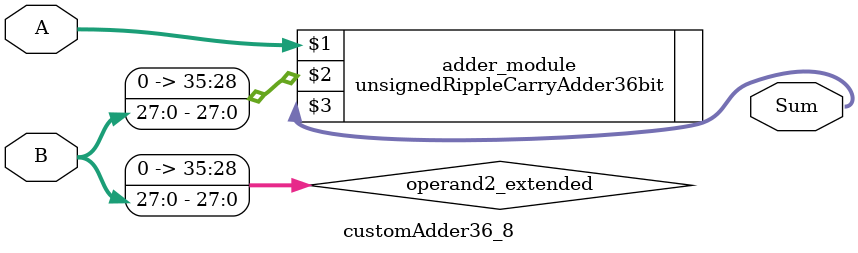
<source format=v>
module customAdder36_8(
                        input [35 : 0] A,
                        input [27 : 0] B,
                        
                        output [36 : 0] Sum
                );

        wire [35 : 0] operand2_extended;
        
        assign operand2_extended =  {8'b0, B};
        
        unsignedRippleCarryAdder36bit adder_module(
            A,
            operand2_extended,
            Sum
        );
        
        endmodule
        
</source>
